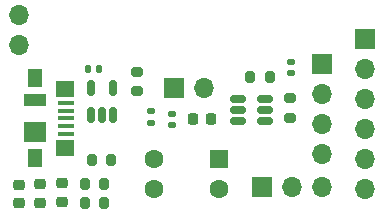
<source format=gbr>
%TF.GenerationSoftware,KiCad,Pcbnew,(6.0.0)*%
%TF.CreationDate,2022-03-25T10:47:18+03:00*%
%TF.ProjectId,SmartTap,536d6172-7454-4617-902e-6b696361645f,1*%
%TF.SameCoordinates,Original*%
%TF.FileFunction,Soldermask,Bot*%
%TF.FilePolarity,Negative*%
%FSLAX46Y46*%
G04 Gerber Fmt 4.6, Leading zero omitted, Abs format (unit mm)*
G04 Created by KiCad (PCBNEW (6.0.0)) date 2022-03-25 10:47:18*
%MOMM*%
%LPD*%
G01*
G04 APERTURE LIST*
G04 Aperture macros list*
%AMRoundRect*
0 Rectangle with rounded corners*
0 $1 Rounding radius*
0 $2 $3 $4 $5 $6 $7 $8 $9 X,Y pos of 4 corners*
0 Add a 4 corners polygon primitive as box body*
4,1,4,$2,$3,$4,$5,$6,$7,$8,$9,$2,$3,0*
0 Add four circle primitives for the rounded corners*
1,1,$1+$1,$2,$3*
1,1,$1+$1,$4,$5*
1,1,$1+$1,$6,$7*
1,1,$1+$1,$8,$9*
0 Add four rect primitives between the rounded corners*
20,1,$1+$1,$2,$3,$4,$5,0*
20,1,$1+$1,$4,$5,$6,$7,0*
20,1,$1+$1,$6,$7,$8,$9,0*
20,1,$1+$1,$8,$9,$2,$3,0*%
G04 Aperture macros list end*
%ADD10O,1.700000X1.700000*%
%ADD11R,1.700000X1.700000*%
%ADD12RoundRect,0.218750X-0.256250X0.218750X-0.256250X-0.218750X0.256250X-0.218750X0.256250X0.218750X0*%
%ADD13RoundRect,0.150000X-0.512500X-0.150000X0.512500X-0.150000X0.512500X0.150000X-0.512500X0.150000X0*%
%ADD14RoundRect,0.200000X-0.200000X-0.275000X0.200000X-0.275000X0.200000X0.275000X-0.200000X0.275000X0*%
%ADD15R,1.600000X1.600000*%
%ADD16C,1.600000*%
%ADD17R,1.380000X0.450000*%
%ADD18R,1.300000X1.650000*%
%ADD19R,1.550000X1.425000*%
%ADD20R,1.900000X1.800000*%
%ADD21R,1.900000X1.000000*%
%ADD22RoundRect,0.140000X0.140000X0.170000X-0.140000X0.170000X-0.140000X-0.170000X0.140000X-0.170000X0*%
%ADD23RoundRect,0.140000X-0.170000X0.140000X-0.170000X-0.140000X0.170000X-0.140000X0.170000X0.140000X0*%
%ADD24RoundRect,0.218750X0.256250X-0.218750X0.256250X0.218750X-0.256250X0.218750X-0.256250X-0.218750X0*%
%ADD25RoundRect,0.150000X0.150000X-0.512500X0.150000X0.512500X-0.150000X0.512500X-0.150000X-0.512500X0*%
%ADD26RoundRect,0.200000X-0.275000X0.200000X-0.275000X-0.200000X0.275000X-0.200000X0.275000X0.200000X0*%
%ADD27RoundRect,0.218750X-0.218750X-0.256250X0.218750X-0.256250X0.218750X0.256250X-0.218750X0.256250X0*%
G04 APERTURE END LIST*
D10*
%TO.C,J6*%
X181778294Y-110123294D03*
X181778294Y-107583294D03*
%TD*%
D11*
%TO.C,J3*%
X211078294Y-109555794D03*
D10*
X211078294Y-112095794D03*
X211078294Y-114635794D03*
X211078294Y-117175794D03*
X211078294Y-119715794D03*
X211078294Y-122255794D03*
%TD*%
D11*
%TO.C,J4*%
X202318294Y-122135794D03*
D10*
X204858294Y-122135794D03*
X207398294Y-122135794D03*
%TD*%
D11*
%TO.C,J5*%
X207378294Y-111695794D03*
D10*
X207378294Y-114235794D03*
X207378294Y-116775794D03*
X207378294Y-119315794D03*
%TD*%
D11*
%TO.C,J2*%
X194908294Y-113705794D03*
D10*
X197448294Y-113705794D03*
%TD*%
D12*
%TO.C,D2*%
X185378294Y-121818294D03*
X185378294Y-123393294D03*
%TD*%
D13*
%TO.C,U6*%
X200340794Y-116555794D03*
X200340794Y-115605794D03*
X200340794Y-114655794D03*
X202615794Y-114655794D03*
X202615794Y-115605794D03*
X202615794Y-116555794D03*
%TD*%
D14*
%TO.C,R6*%
X187328294Y-123505794D03*
X188978294Y-123505794D03*
%TD*%
%TO.C,R14*%
X201353294Y-112805794D03*
X203003294Y-112805794D03*
%TD*%
%TO.C,R2*%
X187328294Y-121905794D03*
X188978294Y-121905794D03*
%TD*%
D15*
%TO.C,U4*%
X198695794Y-119735794D03*
D16*
X198695794Y-122275794D03*
X193195794Y-122275794D03*
X193195794Y-119735794D03*
%TD*%
D17*
%TO.C,J1*%
X185738294Y-117605794D03*
X185738294Y-116955794D03*
X185738294Y-116305794D03*
X185738294Y-115655794D03*
X185738294Y-115005794D03*
D18*
X183078294Y-112930794D03*
D19*
X185653294Y-113818294D03*
D20*
X183078294Y-117455794D03*
D18*
X183078294Y-119680794D03*
D21*
X183078294Y-114755794D03*
D19*
X185653294Y-118793294D03*
%TD*%
D22*
%TO.C,C1*%
X188558294Y-112105794D03*
X187598294Y-112105794D03*
%TD*%
D23*
%TO.C,C4*%
X192978294Y-115725794D03*
X192978294Y-116685794D03*
%TD*%
D24*
%TO.C,D1*%
X181778294Y-123505794D03*
X181778294Y-121930794D03*
%TD*%
D23*
%TO.C,C14*%
X194678294Y-115925794D03*
X194678294Y-116885794D03*
%TD*%
D25*
%TO.C,U1*%
X189728294Y-116043294D03*
X188778294Y-116043294D03*
X187828294Y-116043294D03*
X187828294Y-113768294D03*
X189728294Y-113768294D03*
%TD*%
D26*
%TO.C,R1*%
X191778294Y-112380794D03*
X191778294Y-114030794D03*
%TD*%
D23*
%TO.C,C15*%
X204778294Y-111505794D03*
X204778294Y-112465794D03*
%TD*%
D24*
%TO.C,D4*%
X183565794Y-123480794D03*
X183565794Y-121905794D03*
%TD*%
D26*
%TO.C,R15*%
X204678294Y-114605794D03*
X204678294Y-116255794D03*
%TD*%
D27*
%TO.C,L1*%
X196478294Y-116405794D03*
X198053294Y-116405794D03*
%TD*%
D14*
%TO.C,R3*%
X187903294Y-119805794D03*
X189553294Y-119805794D03*
%TD*%
M02*

</source>
